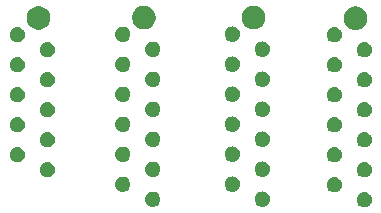
<source format=gbs>
G04 #@! TF.GenerationSoftware,KiCad,Pcbnew,5.1.5-52549c5~84~ubuntu18.04.1*
G04 #@! TF.CreationDate,2020-02-28T01:04:36-05:00*
G04 #@! TF.ProjectId,DA_Board_2,44415f42-6f61-4726-945f-322e6b696361,rev?*
G04 #@! TF.SameCoordinates,Original*
G04 #@! TF.FileFunction,Soldermask,Bot*
G04 #@! TF.FilePolarity,Negative*
%FSLAX46Y46*%
G04 Gerber Fmt 4.6, Leading zero omitted, Abs format (unit mm)*
G04 Created by KiCad (PCBNEW 5.1.5-52549c5~84~ubuntu18.04.1) date 2020-02-28 01:04:36*
%MOMM*%
%LPD*%
G04 APERTURE LIST*
%ADD10C,0.100000*%
G04 APERTURE END LIST*
D10*
G36*
X19134238Y-109539153D02*
G01*
X19176098Y-109547479D01*
X19202410Y-109558378D01*
X19294389Y-109596477D01*
X19294390Y-109596478D01*
X19400851Y-109667612D01*
X19491388Y-109758149D01*
X19528579Y-109813810D01*
X19562523Y-109864611D01*
X19611521Y-109982903D01*
X19636500Y-110108479D01*
X19636500Y-110236521D01*
X19611521Y-110362097D01*
X19562523Y-110480389D01*
X19562522Y-110480390D01*
X19491388Y-110586851D01*
X19400851Y-110677388D01*
X19370417Y-110697723D01*
X19294389Y-110748523D01*
X19225096Y-110777225D01*
X19176098Y-110797521D01*
X19134238Y-110805847D01*
X19050521Y-110822500D01*
X18922479Y-110822500D01*
X18838762Y-110805847D01*
X18796902Y-110797521D01*
X18747904Y-110777225D01*
X18678611Y-110748523D01*
X18602583Y-110697723D01*
X18572149Y-110677388D01*
X18481612Y-110586851D01*
X18410478Y-110480390D01*
X18410477Y-110480389D01*
X18361479Y-110362097D01*
X18336500Y-110236521D01*
X18336500Y-110108479D01*
X18361479Y-109982903D01*
X18410477Y-109864611D01*
X18444421Y-109813810D01*
X18481612Y-109758149D01*
X18572149Y-109667612D01*
X18678610Y-109596478D01*
X18678611Y-109596477D01*
X18770590Y-109558378D01*
X18796902Y-109547479D01*
X18838762Y-109539153D01*
X18922479Y-109522500D01*
X19050521Y-109522500D01*
X19134238Y-109539153D01*
G37*
G36*
X1214538Y-109501053D02*
G01*
X1256398Y-109509379D01*
X1288074Y-109522500D01*
X1374689Y-109558377D01*
X1374690Y-109558378D01*
X1481151Y-109629512D01*
X1571688Y-109720049D01*
X1597145Y-109758149D01*
X1642823Y-109826511D01*
X1691821Y-109944803D01*
X1716800Y-110070379D01*
X1716800Y-110198421D01*
X1691821Y-110323997D01*
X1642823Y-110442289D01*
X1642822Y-110442290D01*
X1571688Y-110548751D01*
X1481151Y-110639288D01*
X1410016Y-110686818D01*
X1374689Y-110710423D01*
X1305396Y-110739125D01*
X1256398Y-110759421D01*
X1214538Y-110767747D01*
X1130821Y-110784400D01*
X1002779Y-110784400D01*
X919062Y-110767747D01*
X877202Y-110759421D01*
X828204Y-110739125D01*
X758911Y-110710423D01*
X723584Y-110686818D01*
X652449Y-110639288D01*
X561912Y-110548751D01*
X490778Y-110442290D01*
X490777Y-110442289D01*
X441779Y-110323997D01*
X416800Y-110198421D01*
X416800Y-110070379D01*
X441779Y-109944803D01*
X490777Y-109826511D01*
X536455Y-109758149D01*
X561912Y-109720049D01*
X652449Y-109629512D01*
X758910Y-109558378D01*
X758911Y-109558377D01*
X845526Y-109522500D01*
X877202Y-109509379D01*
X919062Y-109501053D01*
X1002779Y-109484400D01*
X1130821Y-109484400D01*
X1214538Y-109501053D01*
G37*
G36*
X10478367Y-109484400D02*
G01*
X10540098Y-109496679D01*
X10589096Y-109516975D01*
X10658389Y-109545677D01*
X10668600Y-109552500D01*
X10764851Y-109616812D01*
X10855388Y-109707349D01*
X10902918Y-109778484D01*
X10926523Y-109813811D01*
X10975521Y-109932103D01*
X11000500Y-110057679D01*
X11000500Y-110185721D01*
X10975521Y-110311297D01*
X10926523Y-110429589D01*
X10926522Y-110429590D01*
X10855388Y-110536051D01*
X10764851Y-110626588D01*
X10693716Y-110674118D01*
X10658389Y-110697723D01*
X10627728Y-110710423D01*
X10540098Y-110746721D01*
X10498238Y-110755047D01*
X10414521Y-110771700D01*
X10286479Y-110771700D01*
X10202762Y-110755047D01*
X10160902Y-110746721D01*
X10073272Y-110710423D01*
X10042611Y-110697723D01*
X10007284Y-110674118D01*
X9936149Y-110626588D01*
X9845612Y-110536051D01*
X9774478Y-110429590D01*
X9774477Y-110429589D01*
X9725479Y-110311297D01*
X9700500Y-110185721D01*
X9700500Y-110057679D01*
X9725479Y-109932103D01*
X9774477Y-109813811D01*
X9798082Y-109778484D01*
X9845612Y-109707349D01*
X9936149Y-109616812D01*
X10032400Y-109552500D01*
X10042611Y-109545677D01*
X10111904Y-109516975D01*
X10160902Y-109496679D01*
X10222633Y-109484400D01*
X10286479Y-109471700D01*
X10414521Y-109471700D01*
X10478367Y-109484400D01*
G37*
G36*
X16594238Y-108269153D02*
G01*
X16636098Y-108277479D01*
X16662410Y-108288378D01*
X16754389Y-108326477D01*
X16754390Y-108326478D01*
X16860851Y-108397612D01*
X16951388Y-108488149D01*
X16988579Y-108543810D01*
X17022523Y-108594611D01*
X17071521Y-108712903D01*
X17096500Y-108838479D01*
X17096500Y-108966521D01*
X17071521Y-109092097D01*
X17022523Y-109210389D01*
X17022522Y-109210390D01*
X16951388Y-109316851D01*
X16860851Y-109407388D01*
X16830417Y-109427723D01*
X16754389Y-109478523D01*
X16685096Y-109507225D01*
X16636098Y-109527521D01*
X16594238Y-109535847D01*
X16510521Y-109552500D01*
X16382479Y-109552500D01*
X16298762Y-109535847D01*
X16256902Y-109527521D01*
X16207904Y-109507225D01*
X16138611Y-109478523D01*
X16062583Y-109427723D01*
X16032149Y-109407388D01*
X15941612Y-109316851D01*
X15870478Y-109210390D01*
X15870477Y-109210389D01*
X15821479Y-109092097D01*
X15796500Y-108966521D01*
X15796500Y-108838479D01*
X15821479Y-108712903D01*
X15870477Y-108594611D01*
X15904421Y-108543810D01*
X15941612Y-108488149D01*
X16032149Y-108397612D01*
X16138610Y-108326478D01*
X16138611Y-108326477D01*
X16230590Y-108288378D01*
X16256902Y-108277479D01*
X16298762Y-108269153D01*
X16382479Y-108252500D01*
X16510521Y-108252500D01*
X16594238Y-108269153D01*
G37*
G36*
X-1325462Y-108231053D02*
G01*
X-1283602Y-108239379D01*
X-1251926Y-108252500D01*
X-1165311Y-108288377D01*
X-1165310Y-108288378D01*
X-1058849Y-108359512D01*
X-968312Y-108450049D01*
X-942855Y-108488149D01*
X-897177Y-108556511D01*
X-848179Y-108674803D01*
X-823200Y-108800379D01*
X-823200Y-108928421D01*
X-848179Y-109053997D01*
X-897177Y-109172289D01*
X-897178Y-109172290D01*
X-968312Y-109278751D01*
X-1058849Y-109369288D01*
X-1129984Y-109416818D01*
X-1165311Y-109440423D01*
X-1234604Y-109469125D01*
X-1283602Y-109489421D01*
X-1320091Y-109496679D01*
X-1409179Y-109514400D01*
X-1537221Y-109514400D01*
X-1626309Y-109496679D01*
X-1662798Y-109489421D01*
X-1711796Y-109469125D01*
X-1781089Y-109440423D01*
X-1816416Y-109416818D01*
X-1887551Y-109369288D01*
X-1978088Y-109278751D01*
X-2049222Y-109172290D01*
X-2049223Y-109172289D01*
X-2098221Y-109053997D01*
X-2123200Y-108928421D01*
X-2123200Y-108800379D01*
X-2098221Y-108674803D01*
X-2049223Y-108556511D01*
X-2003545Y-108488149D01*
X-1978088Y-108450049D01*
X-1887551Y-108359512D01*
X-1781090Y-108288378D01*
X-1781089Y-108288377D01*
X-1694474Y-108252500D01*
X-1662798Y-108239379D01*
X-1620938Y-108231053D01*
X-1537221Y-108214400D01*
X-1409179Y-108214400D01*
X-1325462Y-108231053D01*
G37*
G36*
X7938367Y-108214400D02*
G01*
X8000098Y-108226679D01*
X8043896Y-108244821D01*
X8118389Y-108275677D01*
X8128600Y-108282500D01*
X8224851Y-108346812D01*
X8315388Y-108437349D01*
X8362918Y-108508484D01*
X8386523Y-108543811D01*
X8435521Y-108662103D01*
X8460500Y-108787679D01*
X8460500Y-108915721D01*
X8435521Y-109041297D01*
X8386523Y-109159589D01*
X8386522Y-109159590D01*
X8315388Y-109266051D01*
X8224851Y-109356588D01*
X8153716Y-109404118D01*
X8118389Y-109427723D01*
X8087728Y-109440423D01*
X8000098Y-109476721D01*
X7961493Y-109484400D01*
X7874521Y-109501700D01*
X7746479Y-109501700D01*
X7659507Y-109484400D01*
X7620902Y-109476721D01*
X7533272Y-109440423D01*
X7502611Y-109427723D01*
X7467284Y-109404118D01*
X7396149Y-109356588D01*
X7305612Y-109266051D01*
X7234478Y-109159590D01*
X7234477Y-109159589D01*
X7185479Y-109041297D01*
X7160500Y-108915721D01*
X7160500Y-108787679D01*
X7185479Y-108662103D01*
X7234477Y-108543811D01*
X7258082Y-108508484D01*
X7305612Y-108437349D01*
X7396149Y-108346812D01*
X7492400Y-108282500D01*
X7502611Y-108275677D01*
X7577104Y-108244821D01*
X7620902Y-108226679D01*
X7682633Y-108214400D01*
X7746479Y-108201700D01*
X7874521Y-108201700D01*
X7938367Y-108214400D01*
G37*
G36*
X19134238Y-106999153D02*
G01*
X19176098Y-107007479D01*
X19202410Y-107018378D01*
X19294389Y-107056477D01*
X19294390Y-107056478D01*
X19400851Y-107127612D01*
X19491388Y-107218149D01*
X19528579Y-107273810D01*
X19562523Y-107324611D01*
X19611521Y-107442903D01*
X19636500Y-107568479D01*
X19636500Y-107696521D01*
X19611521Y-107822097D01*
X19562523Y-107940389D01*
X19562522Y-107940390D01*
X19491388Y-108046851D01*
X19400851Y-108137388D01*
X19370417Y-108157723D01*
X19294389Y-108208523D01*
X19225096Y-108237225D01*
X19176098Y-108257521D01*
X19134238Y-108265847D01*
X19050521Y-108282500D01*
X18922479Y-108282500D01*
X18838762Y-108265847D01*
X18796902Y-108257521D01*
X18747904Y-108237225D01*
X18678611Y-108208523D01*
X18602583Y-108157723D01*
X18572149Y-108137388D01*
X18481612Y-108046851D01*
X18410478Y-107940390D01*
X18410477Y-107940389D01*
X18361479Y-107822097D01*
X18336500Y-107696521D01*
X18336500Y-107568479D01*
X18361479Y-107442903D01*
X18410477Y-107324611D01*
X18444421Y-107273810D01*
X18481612Y-107218149D01*
X18572149Y-107127612D01*
X18678610Y-107056478D01*
X18678611Y-107056477D01*
X18770590Y-107018378D01*
X18796902Y-107007479D01*
X18838762Y-106999153D01*
X18922479Y-106982500D01*
X19050521Y-106982500D01*
X19134238Y-106999153D01*
G37*
G36*
X-7720733Y-106982500D02*
G01*
X-7659002Y-106994779D01*
X-7610004Y-107015075D01*
X-7540711Y-107043777D01*
X-7540710Y-107043778D01*
X-7434249Y-107114912D01*
X-7343712Y-107205449D01*
X-7335226Y-107218150D01*
X-7272577Y-107311911D01*
X-7223579Y-107430203D01*
X-7198600Y-107555779D01*
X-7198600Y-107683821D01*
X-7215253Y-107767538D01*
X-7218526Y-107783997D01*
X-7223579Y-107809397D01*
X-7272577Y-107927689D01*
X-7272578Y-107927690D01*
X-7343712Y-108034151D01*
X-7434249Y-108124688D01*
X-7483689Y-108157722D01*
X-7540711Y-108195823D01*
X-7571372Y-108208523D01*
X-7659002Y-108244821D01*
X-7697607Y-108252500D01*
X-7784579Y-108269800D01*
X-7912621Y-108269800D01*
X-7999593Y-108252500D01*
X-8038198Y-108244821D01*
X-8125828Y-108208523D01*
X-8156489Y-108195823D01*
X-8213511Y-108157722D01*
X-8262951Y-108124688D01*
X-8353488Y-108034151D01*
X-8424622Y-107927690D01*
X-8424623Y-107927689D01*
X-8473621Y-107809397D01*
X-8478673Y-107783997D01*
X-8481947Y-107767538D01*
X-8498600Y-107683821D01*
X-8498600Y-107555779D01*
X-8473621Y-107430203D01*
X-8424623Y-107311911D01*
X-8361974Y-107218150D01*
X-8353488Y-107205449D01*
X-8262951Y-107114912D01*
X-8156490Y-107043778D01*
X-8156489Y-107043777D01*
X-8087196Y-107015075D01*
X-8038198Y-106994779D01*
X-7976467Y-106982500D01*
X-7912621Y-106969800D01*
X-7784579Y-106969800D01*
X-7720733Y-106982500D01*
G37*
G36*
X1214538Y-106961053D02*
G01*
X1256398Y-106969379D01*
X1288074Y-106982500D01*
X1374689Y-107018377D01*
X1374690Y-107018378D01*
X1481151Y-107089512D01*
X1571688Y-107180049D01*
X1588660Y-107205450D01*
X1642823Y-107286511D01*
X1653344Y-107311911D01*
X1691821Y-107404802D01*
X1699399Y-107442902D01*
X1716800Y-107530379D01*
X1716800Y-107658421D01*
X1691821Y-107783997D01*
X1642823Y-107902289D01*
X1619218Y-107937616D01*
X1571688Y-108008751D01*
X1481151Y-108099288D01*
X1410016Y-108146818D01*
X1374689Y-108170423D01*
X1313370Y-108195822D01*
X1256398Y-108219421D01*
X1219909Y-108226679D01*
X1130821Y-108244400D01*
X1002779Y-108244400D01*
X913691Y-108226679D01*
X877202Y-108219421D01*
X820230Y-108195822D01*
X758911Y-108170423D01*
X723584Y-108146818D01*
X652449Y-108099288D01*
X561912Y-108008751D01*
X514382Y-107937616D01*
X490777Y-107902289D01*
X441779Y-107783997D01*
X416800Y-107658421D01*
X416800Y-107530379D01*
X434201Y-107442902D01*
X441779Y-107404802D01*
X480256Y-107311911D01*
X490777Y-107286511D01*
X544940Y-107205450D01*
X561912Y-107180049D01*
X652449Y-107089512D01*
X758910Y-107018378D01*
X758911Y-107018377D01*
X845526Y-106982500D01*
X877202Y-106969379D01*
X919062Y-106961053D01*
X1002779Y-106944400D01*
X1130821Y-106944400D01*
X1214538Y-106961053D01*
G37*
G36*
X10478367Y-106944400D02*
G01*
X10540098Y-106956679D01*
X10583896Y-106974821D01*
X10658389Y-107005677D01*
X10668600Y-107012500D01*
X10764851Y-107076812D01*
X10855388Y-107167349D01*
X10902918Y-107238484D01*
X10926523Y-107273811D01*
X10975521Y-107392103D01*
X11000500Y-107517679D01*
X11000500Y-107645721D01*
X10975521Y-107771297D01*
X10926523Y-107889589D01*
X10926522Y-107889590D01*
X10855388Y-107996051D01*
X10764851Y-108086588D01*
X10693716Y-108134118D01*
X10658389Y-108157723D01*
X10627728Y-108170423D01*
X10540098Y-108206721D01*
X10501493Y-108214400D01*
X10414521Y-108231700D01*
X10286479Y-108231700D01*
X10199507Y-108214400D01*
X10160902Y-108206721D01*
X10073272Y-108170423D01*
X10042611Y-108157723D01*
X10007284Y-108134118D01*
X9936149Y-108086588D01*
X9845612Y-107996051D01*
X9774478Y-107889590D01*
X9774477Y-107889589D01*
X9725479Y-107771297D01*
X9700500Y-107645721D01*
X9700500Y-107517679D01*
X9725479Y-107392103D01*
X9774477Y-107273811D01*
X9798082Y-107238484D01*
X9845612Y-107167349D01*
X9936149Y-107076812D01*
X10032400Y-107012500D01*
X10042611Y-107005677D01*
X10117104Y-106974821D01*
X10160902Y-106956679D01*
X10222633Y-106944400D01*
X10286479Y-106931700D01*
X10414521Y-106931700D01*
X10478367Y-106944400D01*
G37*
G36*
X16594238Y-105729153D02*
G01*
X16636098Y-105737479D01*
X16662410Y-105748378D01*
X16754389Y-105786477D01*
X16754390Y-105786478D01*
X16860851Y-105857612D01*
X16951388Y-105948149D01*
X16988579Y-106003810D01*
X17022523Y-106054611D01*
X17071521Y-106172903D01*
X17096500Y-106298479D01*
X17096500Y-106426521D01*
X17071521Y-106552097D01*
X17022523Y-106670389D01*
X17022522Y-106670390D01*
X16951388Y-106776851D01*
X16860851Y-106867388D01*
X16830417Y-106887723D01*
X16754389Y-106938523D01*
X16685096Y-106967225D01*
X16636098Y-106987521D01*
X16599609Y-106994779D01*
X16510521Y-107012500D01*
X16382479Y-107012500D01*
X16293391Y-106994779D01*
X16256902Y-106987521D01*
X16207904Y-106967225D01*
X16138611Y-106938523D01*
X16062583Y-106887723D01*
X16032149Y-106867388D01*
X15941612Y-106776851D01*
X15870478Y-106670390D01*
X15870477Y-106670389D01*
X15821479Y-106552097D01*
X15796500Y-106426521D01*
X15796500Y-106298479D01*
X15821479Y-106172903D01*
X15870477Y-106054611D01*
X15904421Y-106003810D01*
X15941612Y-105948149D01*
X16032149Y-105857612D01*
X16138610Y-105786478D01*
X16138611Y-105786477D01*
X16230590Y-105748378D01*
X16256902Y-105737479D01*
X16298762Y-105729153D01*
X16382479Y-105712500D01*
X16510521Y-105712500D01*
X16594238Y-105729153D01*
G37*
G36*
X-10260733Y-105712500D02*
G01*
X-10199002Y-105724779D01*
X-10150004Y-105745075D01*
X-10080711Y-105773777D01*
X-10080710Y-105773778D01*
X-9974249Y-105844912D01*
X-9883712Y-105935449D01*
X-9875226Y-105948150D01*
X-9812577Y-106041911D01*
X-9763579Y-106160203D01*
X-9738600Y-106285779D01*
X-9738600Y-106413821D01*
X-9755253Y-106497538D01*
X-9758526Y-106513997D01*
X-9763579Y-106539397D01*
X-9812577Y-106657689D01*
X-9812578Y-106657690D01*
X-9883712Y-106764151D01*
X-9974249Y-106854688D01*
X-10023689Y-106887722D01*
X-10080711Y-106925823D01*
X-10111372Y-106938523D01*
X-10199002Y-106974821D01*
X-10237607Y-106982500D01*
X-10324579Y-106999800D01*
X-10452621Y-106999800D01*
X-10539593Y-106982500D01*
X-10578198Y-106974821D01*
X-10665828Y-106938523D01*
X-10696489Y-106925823D01*
X-10753511Y-106887722D01*
X-10802951Y-106854688D01*
X-10893488Y-106764151D01*
X-10964622Y-106657690D01*
X-10964623Y-106657689D01*
X-11013621Y-106539397D01*
X-11018673Y-106513997D01*
X-11021947Y-106497538D01*
X-11038600Y-106413821D01*
X-11038600Y-106285779D01*
X-11013621Y-106160203D01*
X-10964623Y-106041911D01*
X-10901974Y-105948150D01*
X-10893488Y-105935449D01*
X-10802951Y-105844912D01*
X-10696490Y-105773778D01*
X-10696489Y-105773777D01*
X-10627196Y-105745075D01*
X-10578198Y-105724779D01*
X-10516467Y-105712500D01*
X-10452621Y-105699800D01*
X-10324579Y-105699800D01*
X-10260733Y-105712500D01*
G37*
G36*
X-1325462Y-105691053D02*
G01*
X-1283602Y-105699379D01*
X-1251926Y-105712500D01*
X-1165311Y-105748377D01*
X-1165310Y-105748378D01*
X-1058849Y-105819512D01*
X-968312Y-105910049D01*
X-951340Y-105935450D01*
X-897177Y-106016511D01*
X-886656Y-106041911D01*
X-848179Y-106134802D01*
X-840601Y-106172902D01*
X-823200Y-106260379D01*
X-823200Y-106388421D01*
X-848179Y-106513997D01*
X-897177Y-106632289D01*
X-920782Y-106667616D01*
X-968312Y-106738751D01*
X-1058849Y-106829288D01*
X-1129984Y-106876818D01*
X-1165311Y-106900423D01*
X-1226630Y-106925822D01*
X-1283602Y-106949421D01*
X-1320091Y-106956679D01*
X-1409179Y-106974400D01*
X-1537221Y-106974400D01*
X-1626309Y-106956679D01*
X-1662798Y-106949421D01*
X-1719770Y-106925822D01*
X-1781089Y-106900423D01*
X-1816416Y-106876818D01*
X-1887551Y-106829288D01*
X-1978088Y-106738751D01*
X-2025618Y-106667616D01*
X-2049223Y-106632289D01*
X-2098221Y-106513997D01*
X-2123200Y-106388421D01*
X-2123200Y-106260379D01*
X-2105799Y-106172902D01*
X-2098221Y-106134802D01*
X-2059744Y-106041911D01*
X-2049223Y-106016511D01*
X-1995060Y-105935450D01*
X-1978088Y-105910049D01*
X-1887551Y-105819512D01*
X-1781090Y-105748378D01*
X-1781089Y-105748377D01*
X-1694474Y-105712500D01*
X-1662798Y-105699379D01*
X-1620938Y-105691053D01*
X-1537221Y-105674400D01*
X-1409179Y-105674400D01*
X-1325462Y-105691053D01*
G37*
G36*
X7938367Y-105674400D02*
G01*
X8000098Y-105686679D01*
X8043896Y-105704821D01*
X8118389Y-105735677D01*
X8128600Y-105742500D01*
X8224851Y-105806812D01*
X8315388Y-105897349D01*
X8362918Y-105968484D01*
X8386523Y-106003811D01*
X8435521Y-106122103D01*
X8460500Y-106247679D01*
X8460500Y-106375721D01*
X8435521Y-106501297D01*
X8386523Y-106619589D01*
X8386522Y-106619590D01*
X8315388Y-106726051D01*
X8224851Y-106816588D01*
X8153716Y-106864118D01*
X8118389Y-106887723D01*
X8087728Y-106900423D01*
X8000098Y-106936721D01*
X7961493Y-106944400D01*
X7874521Y-106961700D01*
X7746479Y-106961700D01*
X7659507Y-106944400D01*
X7620902Y-106936721D01*
X7533272Y-106900423D01*
X7502611Y-106887723D01*
X7467284Y-106864118D01*
X7396149Y-106816588D01*
X7305612Y-106726051D01*
X7234478Y-106619590D01*
X7234477Y-106619589D01*
X7185479Y-106501297D01*
X7160500Y-106375721D01*
X7160500Y-106247679D01*
X7185479Y-106122103D01*
X7234477Y-106003811D01*
X7258082Y-105968484D01*
X7305612Y-105897349D01*
X7396149Y-105806812D01*
X7492400Y-105742500D01*
X7502611Y-105735677D01*
X7577104Y-105704821D01*
X7620902Y-105686679D01*
X7682633Y-105674400D01*
X7746479Y-105661700D01*
X7874521Y-105661700D01*
X7938367Y-105674400D01*
G37*
G36*
X19134238Y-104459153D02*
G01*
X19176098Y-104467479D01*
X19202410Y-104478378D01*
X19294389Y-104516477D01*
X19294390Y-104516478D01*
X19400851Y-104587612D01*
X19491388Y-104678149D01*
X19528579Y-104733810D01*
X19562523Y-104784611D01*
X19611521Y-104902903D01*
X19636500Y-105028479D01*
X19636500Y-105156521D01*
X19611521Y-105282097D01*
X19562523Y-105400389D01*
X19562522Y-105400390D01*
X19491388Y-105506851D01*
X19400851Y-105597388D01*
X19370417Y-105617723D01*
X19294389Y-105668523D01*
X19225096Y-105697225D01*
X19176098Y-105717521D01*
X19139609Y-105724779D01*
X19050521Y-105742500D01*
X18922479Y-105742500D01*
X18833391Y-105724779D01*
X18796902Y-105717521D01*
X18747904Y-105697225D01*
X18678611Y-105668523D01*
X18602583Y-105617723D01*
X18572149Y-105597388D01*
X18481612Y-105506851D01*
X18410478Y-105400390D01*
X18410477Y-105400389D01*
X18361479Y-105282097D01*
X18336500Y-105156521D01*
X18336500Y-105028479D01*
X18361479Y-104902903D01*
X18410477Y-104784611D01*
X18444421Y-104733810D01*
X18481612Y-104678149D01*
X18572149Y-104587612D01*
X18678610Y-104516478D01*
X18678611Y-104516477D01*
X18770590Y-104478378D01*
X18796902Y-104467479D01*
X18838762Y-104459153D01*
X18922479Y-104442500D01*
X19050521Y-104442500D01*
X19134238Y-104459153D01*
G37*
G36*
X-7720733Y-104442500D02*
G01*
X-7659002Y-104454779D01*
X-7610004Y-104475075D01*
X-7540711Y-104503777D01*
X-7540710Y-104503778D01*
X-7434249Y-104574912D01*
X-7343712Y-104665449D01*
X-7335226Y-104678150D01*
X-7272577Y-104771911D01*
X-7223579Y-104890203D01*
X-7198600Y-105015779D01*
X-7198600Y-105143821D01*
X-7215253Y-105227538D01*
X-7218526Y-105243997D01*
X-7223579Y-105269397D01*
X-7272577Y-105387689D01*
X-7272578Y-105387690D01*
X-7343712Y-105494151D01*
X-7434249Y-105584688D01*
X-7483689Y-105617722D01*
X-7540711Y-105655823D01*
X-7571372Y-105668523D01*
X-7659002Y-105704821D01*
X-7697607Y-105712500D01*
X-7784579Y-105729800D01*
X-7912621Y-105729800D01*
X-7999593Y-105712500D01*
X-8038198Y-105704821D01*
X-8125828Y-105668523D01*
X-8156489Y-105655823D01*
X-8213511Y-105617722D01*
X-8262951Y-105584688D01*
X-8353488Y-105494151D01*
X-8424622Y-105387690D01*
X-8424623Y-105387689D01*
X-8473621Y-105269397D01*
X-8478673Y-105243997D01*
X-8481947Y-105227538D01*
X-8498600Y-105143821D01*
X-8498600Y-105015779D01*
X-8473621Y-104890203D01*
X-8424623Y-104771911D01*
X-8361974Y-104678150D01*
X-8353488Y-104665449D01*
X-8262951Y-104574912D01*
X-8156490Y-104503778D01*
X-8156489Y-104503777D01*
X-8087196Y-104475075D01*
X-8038198Y-104454779D01*
X-7976467Y-104442500D01*
X-7912621Y-104429800D01*
X-7784579Y-104429800D01*
X-7720733Y-104442500D01*
G37*
G36*
X1214538Y-104421053D02*
G01*
X1256398Y-104429379D01*
X1288074Y-104442500D01*
X1374689Y-104478377D01*
X1374690Y-104478378D01*
X1481151Y-104549512D01*
X1571688Y-104640049D01*
X1588660Y-104665450D01*
X1642823Y-104746511D01*
X1653344Y-104771911D01*
X1691821Y-104864802D01*
X1699399Y-104902902D01*
X1716800Y-104990379D01*
X1716800Y-105118421D01*
X1691821Y-105243997D01*
X1642823Y-105362289D01*
X1619218Y-105397616D01*
X1571688Y-105468751D01*
X1481151Y-105559288D01*
X1410016Y-105606818D01*
X1374689Y-105630423D01*
X1313370Y-105655822D01*
X1256398Y-105679421D01*
X1219909Y-105686679D01*
X1130821Y-105704400D01*
X1002779Y-105704400D01*
X913691Y-105686679D01*
X877202Y-105679421D01*
X820230Y-105655822D01*
X758911Y-105630423D01*
X723584Y-105606818D01*
X652449Y-105559288D01*
X561912Y-105468751D01*
X514382Y-105397616D01*
X490777Y-105362289D01*
X441779Y-105243997D01*
X416800Y-105118421D01*
X416800Y-104990379D01*
X434201Y-104902902D01*
X441779Y-104864802D01*
X480256Y-104771911D01*
X490777Y-104746511D01*
X544940Y-104665450D01*
X561912Y-104640049D01*
X652449Y-104549512D01*
X758910Y-104478378D01*
X758911Y-104478377D01*
X845526Y-104442500D01*
X877202Y-104429379D01*
X919062Y-104421053D01*
X1002779Y-104404400D01*
X1130821Y-104404400D01*
X1214538Y-104421053D01*
G37*
G36*
X10478367Y-104404400D02*
G01*
X10540098Y-104416679D01*
X10583896Y-104434821D01*
X10658389Y-104465677D01*
X10668600Y-104472500D01*
X10764851Y-104536812D01*
X10855388Y-104627349D01*
X10902918Y-104698484D01*
X10926523Y-104733811D01*
X10975521Y-104852103D01*
X11000500Y-104977679D01*
X11000500Y-105105721D01*
X10975521Y-105231297D01*
X10926523Y-105349589D01*
X10926522Y-105349590D01*
X10855388Y-105456051D01*
X10764851Y-105546588D01*
X10693716Y-105594118D01*
X10658389Y-105617723D01*
X10627728Y-105630423D01*
X10540098Y-105666721D01*
X10501493Y-105674400D01*
X10414521Y-105691700D01*
X10286479Y-105691700D01*
X10199507Y-105674400D01*
X10160902Y-105666721D01*
X10073272Y-105630423D01*
X10042611Y-105617723D01*
X10007284Y-105594118D01*
X9936149Y-105546588D01*
X9845612Y-105456051D01*
X9774478Y-105349590D01*
X9774477Y-105349589D01*
X9725479Y-105231297D01*
X9700500Y-105105721D01*
X9700500Y-104977679D01*
X9725479Y-104852103D01*
X9774477Y-104733811D01*
X9798082Y-104698484D01*
X9845612Y-104627349D01*
X9936149Y-104536812D01*
X10032400Y-104472500D01*
X10042611Y-104465677D01*
X10117104Y-104434821D01*
X10160902Y-104416679D01*
X10222633Y-104404400D01*
X10286479Y-104391700D01*
X10414521Y-104391700D01*
X10478367Y-104404400D01*
G37*
G36*
X16594238Y-103189153D02*
G01*
X16636098Y-103197479D01*
X16662410Y-103208378D01*
X16754389Y-103246477D01*
X16754390Y-103246478D01*
X16860851Y-103317612D01*
X16951388Y-103408149D01*
X16988579Y-103463810D01*
X17022523Y-103514611D01*
X17071521Y-103632903D01*
X17096500Y-103758479D01*
X17096500Y-103886521D01*
X17071521Y-104012097D01*
X17022523Y-104130389D01*
X17022522Y-104130390D01*
X16951388Y-104236851D01*
X16860851Y-104327388D01*
X16830417Y-104347723D01*
X16754389Y-104398523D01*
X16685096Y-104427225D01*
X16636098Y-104447521D01*
X16599609Y-104454779D01*
X16510521Y-104472500D01*
X16382479Y-104472500D01*
X16293391Y-104454779D01*
X16256902Y-104447521D01*
X16207904Y-104427225D01*
X16138611Y-104398523D01*
X16062583Y-104347723D01*
X16032149Y-104327388D01*
X15941612Y-104236851D01*
X15870478Y-104130390D01*
X15870477Y-104130389D01*
X15821479Y-104012097D01*
X15796500Y-103886521D01*
X15796500Y-103758479D01*
X15821479Y-103632903D01*
X15870477Y-103514611D01*
X15904421Y-103463810D01*
X15941612Y-103408149D01*
X16032149Y-103317612D01*
X16138610Y-103246478D01*
X16138611Y-103246477D01*
X16230590Y-103208378D01*
X16256902Y-103197479D01*
X16298762Y-103189153D01*
X16382479Y-103172500D01*
X16510521Y-103172500D01*
X16594238Y-103189153D01*
G37*
G36*
X-10260733Y-103172500D02*
G01*
X-10199002Y-103184779D01*
X-10150004Y-103205075D01*
X-10080711Y-103233777D01*
X-10080710Y-103233778D01*
X-9974249Y-103304912D01*
X-9883712Y-103395449D01*
X-9875226Y-103408150D01*
X-9812577Y-103501911D01*
X-9763579Y-103620203D01*
X-9738600Y-103745779D01*
X-9738600Y-103873821D01*
X-9755253Y-103957538D01*
X-9758526Y-103973997D01*
X-9763579Y-103999397D01*
X-9812577Y-104117689D01*
X-9812578Y-104117690D01*
X-9883712Y-104224151D01*
X-9974249Y-104314688D01*
X-10023689Y-104347722D01*
X-10080711Y-104385823D01*
X-10111372Y-104398523D01*
X-10199002Y-104434821D01*
X-10237607Y-104442500D01*
X-10324579Y-104459800D01*
X-10452621Y-104459800D01*
X-10539593Y-104442500D01*
X-10578198Y-104434821D01*
X-10665828Y-104398523D01*
X-10696489Y-104385823D01*
X-10753511Y-104347722D01*
X-10802951Y-104314688D01*
X-10893488Y-104224151D01*
X-10964622Y-104117690D01*
X-10964623Y-104117689D01*
X-11013621Y-103999397D01*
X-11018673Y-103973997D01*
X-11021947Y-103957538D01*
X-11038600Y-103873821D01*
X-11038600Y-103745779D01*
X-11013621Y-103620203D01*
X-10964623Y-103501911D01*
X-10901974Y-103408150D01*
X-10893488Y-103395449D01*
X-10802951Y-103304912D01*
X-10696490Y-103233778D01*
X-10696489Y-103233777D01*
X-10627196Y-103205075D01*
X-10578198Y-103184779D01*
X-10516467Y-103172500D01*
X-10452621Y-103159800D01*
X-10324579Y-103159800D01*
X-10260733Y-103172500D01*
G37*
G36*
X-1325462Y-103151053D02*
G01*
X-1283602Y-103159379D01*
X-1251926Y-103172500D01*
X-1165311Y-103208377D01*
X-1165310Y-103208378D01*
X-1058849Y-103279512D01*
X-968312Y-103370049D01*
X-951340Y-103395450D01*
X-897177Y-103476511D01*
X-886656Y-103501911D01*
X-848179Y-103594802D01*
X-840601Y-103632902D01*
X-823200Y-103720379D01*
X-823200Y-103848421D01*
X-848179Y-103973997D01*
X-897177Y-104092289D01*
X-920782Y-104127616D01*
X-968312Y-104198751D01*
X-1058849Y-104289288D01*
X-1129984Y-104336818D01*
X-1165311Y-104360423D01*
X-1226630Y-104385822D01*
X-1283602Y-104409421D01*
X-1320091Y-104416679D01*
X-1409179Y-104434400D01*
X-1537221Y-104434400D01*
X-1626309Y-104416679D01*
X-1662798Y-104409421D01*
X-1719770Y-104385822D01*
X-1781089Y-104360423D01*
X-1816416Y-104336818D01*
X-1887551Y-104289288D01*
X-1978088Y-104198751D01*
X-2025618Y-104127616D01*
X-2049223Y-104092289D01*
X-2098221Y-103973997D01*
X-2123200Y-103848421D01*
X-2123200Y-103720379D01*
X-2105799Y-103632902D01*
X-2098221Y-103594802D01*
X-2059744Y-103501911D01*
X-2049223Y-103476511D01*
X-1995060Y-103395450D01*
X-1978088Y-103370049D01*
X-1887551Y-103279512D01*
X-1781090Y-103208378D01*
X-1781089Y-103208377D01*
X-1694474Y-103172500D01*
X-1662798Y-103159379D01*
X-1620938Y-103151053D01*
X-1537221Y-103134400D01*
X-1409179Y-103134400D01*
X-1325462Y-103151053D01*
G37*
G36*
X7938367Y-103134400D02*
G01*
X8000098Y-103146679D01*
X8043896Y-103164821D01*
X8118389Y-103195677D01*
X8128600Y-103202500D01*
X8224851Y-103266812D01*
X8315388Y-103357349D01*
X8362918Y-103428484D01*
X8386523Y-103463811D01*
X8435521Y-103582103D01*
X8460500Y-103707679D01*
X8460500Y-103835721D01*
X8435521Y-103961297D01*
X8386523Y-104079589D01*
X8386522Y-104079590D01*
X8315388Y-104186051D01*
X8224851Y-104276588D01*
X8153716Y-104324118D01*
X8118389Y-104347723D01*
X8087728Y-104360423D01*
X8000098Y-104396721D01*
X7961493Y-104404400D01*
X7874521Y-104421700D01*
X7746479Y-104421700D01*
X7659507Y-104404400D01*
X7620902Y-104396721D01*
X7533272Y-104360423D01*
X7502611Y-104347723D01*
X7467284Y-104324118D01*
X7396149Y-104276588D01*
X7305612Y-104186051D01*
X7234478Y-104079590D01*
X7234477Y-104079589D01*
X7185479Y-103961297D01*
X7160500Y-103835721D01*
X7160500Y-103707679D01*
X7185479Y-103582103D01*
X7234477Y-103463811D01*
X7258082Y-103428484D01*
X7305612Y-103357349D01*
X7396149Y-103266812D01*
X7492400Y-103202500D01*
X7502611Y-103195677D01*
X7577104Y-103164821D01*
X7620902Y-103146679D01*
X7682633Y-103134400D01*
X7746479Y-103121700D01*
X7874521Y-103121700D01*
X7938367Y-103134400D01*
G37*
G36*
X19134238Y-101919153D02*
G01*
X19176098Y-101927479D01*
X19202410Y-101938378D01*
X19294389Y-101976477D01*
X19294390Y-101976478D01*
X19400851Y-102047612D01*
X19491388Y-102138149D01*
X19528579Y-102193810D01*
X19562523Y-102244611D01*
X19611521Y-102362903D01*
X19636500Y-102488479D01*
X19636500Y-102616521D01*
X19611521Y-102742097D01*
X19562523Y-102860389D01*
X19562522Y-102860390D01*
X19491388Y-102966851D01*
X19400851Y-103057388D01*
X19370417Y-103077723D01*
X19294389Y-103128523D01*
X19225096Y-103157225D01*
X19176098Y-103177521D01*
X19139609Y-103184779D01*
X19050521Y-103202500D01*
X18922479Y-103202500D01*
X18833391Y-103184779D01*
X18796902Y-103177521D01*
X18747904Y-103157225D01*
X18678611Y-103128523D01*
X18602583Y-103077723D01*
X18572149Y-103057388D01*
X18481612Y-102966851D01*
X18410478Y-102860390D01*
X18410477Y-102860389D01*
X18361479Y-102742097D01*
X18336500Y-102616521D01*
X18336500Y-102488479D01*
X18361479Y-102362903D01*
X18410477Y-102244611D01*
X18444421Y-102193810D01*
X18481612Y-102138149D01*
X18572149Y-102047612D01*
X18678610Y-101976478D01*
X18678611Y-101976477D01*
X18770590Y-101938378D01*
X18796902Y-101927479D01*
X18838762Y-101919153D01*
X18922479Y-101902500D01*
X19050521Y-101902500D01*
X19134238Y-101919153D01*
G37*
G36*
X-7720733Y-101902500D02*
G01*
X-7659002Y-101914779D01*
X-7610004Y-101935075D01*
X-7540711Y-101963777D01*
X-7540710Y-101963778D01*
X-7434249Y-102034912D01*
X-7343712Y-102125449D01*
X-7335226Y-102138150D01*
X-7272577Y-102231911D01*
X-7223579Y-102350203D01*
X-7198600Y-102475779D01*
X-7198600Y-102603821D01*
X-7215253Y-102687538D01*
X-7218526Y-102703997D01*
X-7223579Y-102729397D01*
X-7272577Y-102847689D01*
X-7272578Y-102847690D01*
X-7343712Y-102954151D01*
X-7434249Y-103044688D01*
X-7483689Y-103077722D01*
X-7540711Y-103115823D01*
X-7571372Y-103128523D01*
X-7659002Y-103164821D01*
X-7697607Y-103172500D01*
X-7784579Y-103189800D01*
X-7912621Y-103189800D01*
X-7999593Y-103172500D01*
X-8038198Y-103164821D01*
X-8125828Y-103128523D01*
X-8156489Y-103115823D01*
X-8213511Y-103077722D01*
X-8262951Y-103044688D01*
X-8353488Y-102954151D01*
X-8424622Y-102847690D01*
X-8424623Y-102847689D01*
X-8473621Y-102729397D01*
X-8478673Y-102703997D01*
X-8481947Y-102687538D01*
X-8498600Y-102603821D01*
X-8498600Y-102475779D01*
X-8473621Y-102350203D01*
X-8424623Y-102231911D01*
X-8361974Y-102138150D01*
X-8353488Y-102125449D01*
X-8262951Y-102034912D01*
X-8156490Y-101963778D01*
X-8156489Y-101963777D01*
X-8087196Y-101935075D01*
X-8038198Y-101914779D01*
X-7976467Y-101902500D01*
X-7912621Y-101889800D01*
X-7784579Y-101889800D01*
X-7720733Y-101902500D01*
G37*
G36*
X1214538Y-101881053D02*
G01*
X1256398Y-101889379D01*
X1288074Y-101902500D01*
X1374689Y-101938377D01*
X1374690Y-101938378D01*
X1481151Y-102009512D01*
X1571688Y-102100049D01*
X1588660Y-102125450D01*
X1642823Y-102206511D01*
X1653344Y-102231911D01*
X1691821Y-102324802D01*
X1699399Y-102362902D01*
X1716800Y-102450379D01*
X1716800Y-102578421D01*
X1691821Y-102703997D01*
X1642823Y-102822289D01*
X1619218Y-102857616D01*
X1571688Y-102928751D01*
X1481151Y-103019288D01*
X1410016Y-103066818D01*
X1374689Y-103090423D01*
X1313370Y-103115822D01*
X1256398Y-103139421D01*
X1219909Y-103146679D01*
X1130821Y-103164400D01*
X1002779Y-103164400D01*
X913691Y-103146679D01*
X877202Y-103139421D01*
X820230Y-103115822D01*
X758911Y-103090423D01*
X723584Y-103066818D01*
X652449Y-103019288D01*
X561912Y-102928751D01*
X514382Y-102857616D01*
X490777Y-102822289D01*
X441779Y-102703997D01*
X416800Y-102578421D01*
X416800Y-102450379D01*
X434201Y-102362902D01*
X441779Y-102324802D01*
X480256Y-102231911D01*
X490777Y-102206511D01*
X544940Y-102125450D01*
X561912Y-102100049D01*
X652449Y-102009512D01*
X758910Y-101938378D01*
X758911Y-101938377D01*
X845526Y-101902500D01*
X877202Y-101889379D01*
X919062Y-101881053D01*
X1002779Y-101864400D01*
X1130821Y-101864400D01*
X1214538Y-101881053D01*
G37*
G36*
X10478367Y-101864400D02*
G01*
X10540098Y-101876679D01*
X10583896Y-101894821D01*
X10658389Y-101925677D01*
X10668600Y-101932500D01*
X10764851Y-101996812D01*
X10855388Y-102087349D01*
X10902918Y-102158484D01*
X10926523Y-102193811D01*
X10975521Y-102312103D01*
X11000500Y-102437679D01*
X11000500Y-102565721D01*
X10975521Y-102691297D01*
X10926523Y-102809589D01*
X10926522Y-102809590D01*
X10855388Y-102916051D01*
X10764851Y-103006588D01*
X10693716Y-103054118D01*
X10658389Y-103077723D01*
X10627728Y-103090423D01*
X10540098Y-103126721D01*
X10501493Y-103134400D01*
X10414521Y-103151700D01*
X10286479Y-103151700D01*
X10199507Y-103134400D01*
X10160902Y-103126721D01*
X10073272Y-103090423D01*
X10042611Y-103077723D01*
X10007284Y-103054118D01*
X9936149Y-103006588D01*
X9845612Y-102916051D01*
X9774478Y-102809590D01*
X9774477Y-102809589D01*
X9725479Y-102691297D01*
X9700500Y-102565721D01*
X9700500Y-102437679D01*
X9725479Y-102312103D01*
X9774477Y-102193811D01*
X9798082Y-102158484D01*
X9845612Y-102087349D01*
X9936149Y-101996812D01*
X10032400Y-101932500D01*
X10042611Y-101925677D01*
X10117104Y-101894821D01*
X10160902Y-101876679D01*
X10222633Y-101864400D01*
X10286479Y-101851700D01*
X10414521Y-101851700D01*
X10478367Y-101864400D01*
G37*
G36*
X16594238Y-100649153D02*
G01*
X16636098Y-100657479D01*
X16662410Y-100668378D01*
X16754389Y-100706477D01*
X16754390Y-100706478D01*
X16860851Y-100777612D01*
X16951388Y-100868149D01*
X16988579Y-100923810D01*
X17022523Y-100974611D01*
X17071521Y-101092903D01*
X17096500Y-101218479D01*
X17096500Y-101346521D01*
X17071521Y-101472097D01*
X17022523Y-101590389D01*
X17022522Y-101590390D01*
X16951388Y-101696851D01*
X16860851Y-101787388D01*
X16830417Y-101807723D01*
X16754389Y-101858523D01*
X16685096Y-101887225D01*
X16636098Y-101907521D01*
X16599609Y-101914779D01*
X16510521Y-101932500D01*
X16382479Y-101932500D01*
X16293391Y-101914779D01*
X16256902Y-101907521D01*
X16207904Y-101887225D01*
X16138611Y-101858523D01*
X16062583Y-101807723D01*
X16032149Y-101787388D01*
X15941612Y-101696851D01*
X15870478Y-101590390D01*
X15870477Y-101590389D01*
X15821479Y-101472097D01*
X15796500Y-101346521D01*
X15796500Y-101218479D01*
X15821479Y-101092903D01*
X15870477Y-100974611D01*
X15904421Y-100923810D01*
X15941612Y-100868149D01*
X16032149Y-100777612D01*
X16138610Y-100706478D01*
X16138611Y-100706477D01*
X16230590Y-100668378D01*
X16256902Y-100657479D01*
X16298762Y-100649153D01*
X16382479Y-100632500D01*
X16510521Y-100632500D01*
X16594238Y-100649153D01*
G37*
G36*
X-10260733Y-100632500D02*
G01*
X-10199002Y-100644779D01*
X-10150004Y-100665075D01*
X-10080711Y-100693777D01*
X-10080710Y-100693778D01*
X-9974249Y-100764912D01*
X-9883712Y-100855449D01*
X-9875226Y-100868150D01*
X-9812577Y-100961911D01*
X-9763579Y-101080203D01*
X-9738600Y-101205779D01*
X-9738600Y-101333821D01*
X-9755253Y-101417538D01*
X-9758526Y-101433997D01*
X-9763579Y-101459397D01*
X-9812577Y-101577689D01*
X-9812578Y-101577690D01*
X-9883712Y-101684151D01*
X-9974249Y-101774688D01*
X-10023689Y-101807722D01*
X-10080711Y-101845823D01*
X-10111372Y-101858523D01*
X-10199002Y-101894821D01*
X-10237607Y-101902500D01*
X-10324579Y-101919800D01*
X-10452621Y-101919800D01*
X-10539593Y-101902500D01*
X-10578198Y-101894821D01*
X-10665828Y-101858523D01*
X-10696489Y-101845823D01*
X-10753511Y-101807722D01*
X-10802951Y-101774688D01*
X-10893488Y-101684151D01*
X-10964622Y-101577690D01*
X-10964623Y-101577689D01*
X-11013621Y-101459397D01*
X-11018673Y-101433997D01*
X-11021947Y-101417538D01*
X-11038600Y-101333821D01*
X-11038600Y-101205779D01*
X-11013621Y-101080203D01*
X-10964623Y-100961911D01*
X-10901974Y-100868150D01*
X-10893488Y-100855449D01*
X-10802951Y-100764912D01*
X-10696490Y-100693778D01*
X-10696489Y-100693777D01*
X-10627196Y-100665075D01*
X-10578198Y-100644779D01*
X-10516467Y-100632500D01*
X-10452621Y-100619800D01*
X-10324579Y-100619800D01*
X-10260733Y-100632500D01*
G37*
G36*
X-1325462Y-100611053D02*
G01*
X-1283602Y-100619379D01*
X-1251926Y-100632500D01*
X-1165311Y-100668377D01*
X-1165310Y-100668378D01*
X-1058849Y-100739512D01*
X-968312Y-100830049D01*
X-951340Y-100855450D01*
X-897177Y-100936511D01*
X-886656Y-100961911D01*
X-848179Y-101054802D01*
X-840601Y-101092902D01*
X-823200Y-101180379D01*
X-823200Y-101308421D01*
X-848179Y-101433997D01*
X-897177Y-101552289D01*
X-920782Y-101587616D01*
X-968312Y-101658751D01*
X-1058849Y-101749288D01*
X-1129984Y-101796818D01*
X-1165311Y-101820423D01*
X-1226630Y-101845822D01*
X-1283602Y-101869421D01*
X-1320091Y-101876679D01*
X-1409179Y-101894400D01*
X-1537221Y-101894400D01*
X-1626309Y-101876679D01*
X-1662798Y-101869421D01*
X-1719770Y-101845822D01*
X-1781089Y-101820423D01*
X-1816416Y-101796818D01*
X-1887551Y-101749288D01*
X-1978088Y-101658751D01*
X-2025618Y-101587616D01*
X-2049223Y-101552289D01*
X-2098221Y-101433997D01*
X-2123200Y-101308421D01*
X-2123200Y-101180379D01*
X-2105799Y-101092902D01*
X-2098221Y-101054802D01*
X-2059744Y-100961911D01*
X-2049223Y-100936511D01*
X-1995060Y-100855450D01*
X-1978088Y-100830049D01*
X-1887551Y-100739512D01*
X-1781090Y-100668378D01*
X-1781089Y-100668377D01*
X-1694474Y-100632500D01*
X-1662798Y-100619379D01*
X-1620938Y-100611053D01*
X-1537221Y-100594400D01*
X-1409179Y-100594400D01*
X-1325462Y-100611053D01*
G37*
G36*
X7938367Y-100594400D02*
G01*
X8000098Y-100606679D01*
X8043896Y-100624821D01*
X8118389Y-100655677D01*
X8128600Y-100662500D01*
X8224851Y-100726812D01*
X8315388Y-100817349D01*
X8362918Y-100888484D01*
X8386523Y-100923811D01*
X8435521Y-101042103D01*
X8460500Y-101167679D01*
X8460500Y-101295721D01*
X8435521Y-101421297D01*
X8386523Y-101539589D01*
X8386522Y-101539590D01*
X8315388Y-101646051D01*
X8224851Y-101736588D01*
X8153716Y-101784118D01*
X8118389Y-101807723D01*
X8087728Y-101820423D01*
X8000098Y-101856721D01*
X7961493Y-101864400D01*
X7874521Y-101881700D01*
X7746479Y-101881700D01*
X7659507Y-101864400D01*
X7620902Y-101856721D01*
X7533272Y-101820423D01*
X7502611Y-101807723D01*
X7467284Y-101784118D01*
X7396149Y-101736588D01*
X7305612Y-101646051D01*
X7234478Y-101539590D01*
X7234477Y-101539589D01*
X7185479Y-101421297D01*
X7160500Y-101295721D01*
X7160500Y-101167679D01*
X7185479Y-101042103D01*
X7234477Y-100923811D01*
X7258082Y-100888484D01*
X7305612Y-100817349D01*
X7396149Y-100726812D01*
X7492400Y-100662500D01*
X7502611Y-100655677D01*
X7577104Y-100624821D01*
X7620902Y-100606679D01*
X7682633Y-100594400D01*
X7746479Y-100581700D01*
X7874521Y-100581700D01*
X7938367Y-100594400D01*
G37*
G36*
X19134238Y-99379153D02*
G01*
X19176098Y-99387479D01*
X19202410Y-99398378D01*
X19294389Y-99436477D01*
X19294390Y-99436478D01*
X19400851Y-99507612D01*
X19491388Y-99598149D01*
X19528579Y-99653810D01*
X19562523Y-99704611D01*
X19611521Y-99822903D01*
X19636500Y-99948479D01*
X19636500Y-100076521D01*
X19611521Y-100202097D01*
X19562523Y-100320389D01*
X19562522Y-100320390D01*
X19491388Y-100426851D01*
X19400851Y-100517388D01*
X19370417Y-100537723D01*
X19294389Y-100588523D01*
X19225096Y-100617225D01*
X19176098Y-100637521D01*
X19139609Y-100644779D01*
X19050521Y-100662500D01*
X18922479Y-100662500D01*
X18833391Y-100644779D01*
X18796902Y-100637521D01*
X18747904Y-100617225D01*
X18678611Y-100588523D01*
X18602583Y-100537723D01*
X18572149Y-100517388D01*
X18481612Y-100426851D01*
X18410478Y-100320390D01*
X18410477Y-100320389D01*
X18361479Y-100202097D01*
X18336500Y-100076521D01*
X18336500Y-99948479D01*
X18361479Y-99822903D01*
X18410477Y-99704611D01*
X18444421Y-99653810D01*
X18481612Y-99598149D01*
X18572149Y-99507612D01*
X18678610Y-99436478D01*
X18678611Y-99436477D01*
X18770590Y-99398378D01*
X18796902Y-99387479D01*
X18838762Y-99379153D01*
X18922479Y-99362500D01*
X19050521Y-99362500D01*
X19134238Y-99379153D01*
G37*
G36*
X-7720733Y-99362500D02*
G01*
X-7659002Y-99374779D01*
X-7610004Y-99395075D01*
X-7540711Y-99423777D01*
X-7540710Y-99423778D01*
X-7434249Y-99494912D01*
X-7343712Y-99585449D01*
X-7335226Y-99598150D01*
X-7272577Y-99691911D01*
X-7223579Y-99810203D01*
X-7198600Y-99935779D01*
X-7198600Y-100063821D01*
X-7215253Y-100147538D01*
X-7218526Y-100163997D01*
X-7223579Y-100189397D01*
X-7272577Y-100307689D01*
X-7272578Y-100307690D01*
X-7343712Y-100414151D01*
X-7434249Y-100504688D01*
X-7483689Y-100537722D01*
X-7540711Y-100575823D01*
X-7571372Y-100588523D01*
X-7659002Y-100624821D01*
X-7697607Y-100632500D01*
X-7784579Y-100649800D01*
X-7912621Y-100649800D01*
X-7999593Y-100632500D01*
X-8038198Y-100624821D01*
X-8125828Y-100588523D01*
X-8156489Y-100575823D01*
X-8213511Y-100537722D01*
X-8262951Y-100504688D01*
X-8353488Y-100414151D01*
X-8424622Y-100307690D01*
X-8424623Y-100307689D01*
X-8473621Y-100189397D01*
X-8478673Y-100163997D01*
X-8481947Y-100147538D01*
X-8498600Y-100063821D01*
X-8498600Y-99935779D01*
X-8473621Y-99810203D01*
X-8424623Y-99691911D01*
X-8361974Y-99598150D01*
X-8353488Y-99585449D01*
X-8262951Y-99494912D01*
X-8156490Y-99423778D01*
X-8156489Y-99423777D01*
X-8087196Y-99395075D01*
X-8038198Y-99374779D01*
X-7976467Y-99362500D01*
X-7912621Y-99349800D01*
X-7784579Y-99349800D01*
X-7720733Y-99362500D01*
G37*
G36*
X1214538Y-99341053D02*
G01*
X1256398Y-99349379D01*
X1288074Y-99362500D01*
X1374689Y-99398377D01*
X1374690Y-99398378D01*
X1481151Y-99469512D01*
X1571688Y-99560049D01*
X1588660Y-99585450D01*
X1642823Y-99666511D01*
X1653344Y-99691911D01*
X1691821Y-99784802D01*
X1699399Y-99822902D01*
X1716800Y-99910379D01*
X1716800Y-100038421D01*
X1691821Y-100163997D01*
X1642823Y-100282289D01*
X1619218Y-100317616D01*
X1571688Y-100388751D01*
X1481151Y-100479288D01*
X1410016Y-100526818D01*
X1374689Y-100550423D01*
X1313370Y-100575822D01*
X1256398Y-100599421D01*
X1219909Y-100606679D01*
X1130821Y-100624400D01*
X1002779Y-100624400D01*
X913691Y-100606679D01*
X877202Y-100599421D01*
X820230Y-100575822D01*
X758911Y-100550423D01*
X723584Y-100526818D01*
X652449Y-100479288D01*
X561912Y-100388751D01*
X514382Y-100317616D01*
X490777Y-100282289D01*
X441779Y-100163997D01*
X416800Y-100038421D01*
X416800Y-99910379D01*
X434201Y-99822902D01*
X441779Y-99784802D01*
X480256Y-99691911D01*
X490777Y-99666511D01*
X544940Y-99585450D01*
X561912Y-99560049D01*
X652449Y-99469512D01*
X758910Y-99398378D01*
X758911Y-99398377D01*
X845526Y-99362500D01*
X877202Y-99349379D01*
X919062Y-99341053D01*
X1002779Y-99324400D01*
X1130821Y-99324400D01*
X1214538Y-99341053D01*
G37*
G36*
X10478367Y-99324400D02*
G01*
X10540098Y-99336679D01*
X10583896Y-99354821D01*
X10658389Y-99385677D01*
X10668600Y-99392500D01*
X10764851Y-99456812D01*
X10855388Y-99547349D01*
X10902918Y-99618484D01*
X10926523Y-99653811D01*
X10975521Y-99772103D01*
X11000500Y-99897679D01*
X11000500Y-100025721D01*
X10975521Y-100151297D01*
X10926523Y-100269589D01*
X10926522Y-100269590D01*
X10855388Y-100376051D01*
X10764851Y-100466588D01*
X10693716Y-100514118D01*
X10658389Y-100537723D01*
X10627728Y-100550423D01*
X10540098Y-100586721D01*
X10501493Y-100594400D01*
X10414521Y-100611700D01*
X10286479Y-100611700D01*
X10199507Y-100594400D01*
X10160902Y-100586721D01*
X10073272Y-100550423D01*
X10042611Y-100537723D01*
X10007284Y-100514118D01*
X9936149Y-100466588D01*
X9845612Y-100376051D01*
X9774478Y-100269590D01*
X9774477Y-100269589D01*
X9725479Y-100151297D01*
X9700500Y-100025721D01*
X9700500Y-99897679D01*
X9725479Y-99772103D01*
X9774477Y-99653811D01*
X9798082Y-99618484D01*
X9845612Y-99547349D01*
X9936149Y-99456812D01*
X10032400Y-99392500D01*
X10042611Y-99385677D01*
X10117104Y-99354821D01*
X10160902Y-99336679D01*
X10222633Y-99324400D01*
X10286479Y-99311700D01*
X10414521Y-99311700D01*
X10478367Y-99324400D01*
G37*
G36*
X16594238Y-98109153D02*
G01*
X16636098Y-98117479D01*
X16662410Y-98128378D01*
X16754389Y-98166477D01*
X16754390Y-98166478D01*
X16860851Y-98237612D01*
X16951388Y-98328149D01*
X16988579Y-98383810D01*
X17022523Y-98434611D01*
X17071521Y-98552903D01*
X17096500Y-98678479D01*
X17096500Y-98806521D01*
X17071521Y-98932097D01*
X17022523Y-99050389D01*
X17022522Y-99050390D01*
X16951388Y-99156851D01*
X16860851Y-99247388D01*
X16830417Y-99267723D01*
X16754389Y-99318523D01*
X16685096Y-99347225D01*
X16636098Y-99367521D01*
X16599609Y-99374779D01*
X16510521Y-99392500D01*
X16382479Y-99392500D01*
X16293391Y-99374779D01*
X16256902Y-99367521D01*
X16207904Y-99347225D01*
X16138611Y-99318523D01*
X16062583Y-99267723D01*
X16032149Y-99247388D01*
X15941612Y-99156851D01*
X15870478Y-99050390D01*
X15870477Y-99050389D01*
X15821479Y-98932097D01*
X15796500Y-98806521D01*
X15796500Y-98678479D01*
X15821479Y-98552903D01*
X15870477Y-98434611D01*
X15904421Y-98383810D01*
X15941612Y-98328149D01*
X16032149Y-98237612D01*
X16138610Y-98166478D01*
X16138611Y-98166477D01*
X16230590Y-98128378D01*
X16256902Y-98117479D01*
X16298762Y-98109153D01*
X16382479Y-98092500D01*
X16510521Y-98092500D01*
X16594238Y-98109153D01*
G37*
G36*
X-10260733Y-98092500D02*
G01*
X-10199002Y-98104779D01*
X-10150004Y-98125075D01*
X-10080711Y-98153777D01*
X-10080710Y-98153778D01*
X-9974249Y-98224912D01*
X-9883712Y-98315449D01*
X-9875226Y-98328150D01*
X-9812577Y-98421911D01*
X-9763579Y-98540203D01*
X-9738600Y-98665779D01*
X-9738600Y-98793821D01*
X-9755253Y-98877538D01*
X-9758526Y-98893997D01*
X-9763579Y-98919397D01*
X-9812577Y-99037689D01*
X-9812578Y-99037690D01*
X-9883712Y-99144151D01*
X-9974249Y-99234688D01*
X-10023689Y-99267722D01*
X-10080711Y-99305823D01*
X-10111372Y-99318523D01*
X-10199002Y-99354821D01*
X-10237607Y-99362500D01*
X-10324579Y-99379800D01*
X-10452621Y-99379800D01*
X-10539593Y-99362500D01*
X-10578198Y-99354821D01*
X-10665828Y-99318523D01*
X-10696489Y-99305823D01*
X-10753511Y-99267722D01*
X-10802951Y-99234688D01*
X-10893488Y-99144151D01*
X-10964622Y-99037690D01*
X-10964623Y-99037689D01*
X-11013621Y-98919397D01*
X-11018673Y-98893997D01*
X-11021947Y-98877538D01*
X-11038600Y-98793821D01*
X-11038600Y-98665779D01*
X-11013621Y-98540203D01*
X-10964623Y-98421911D01*
X-10901974Y-98328150D01*
X-10893488Y-98315449D01*
X-10802951Y-98224912D01*
X-10696490Y-98153778D01*
X-10696489Y-98153777D01*
X-10627196Y-98125075D01*
X-10578198Y-98104779D01*
X-10516467Y-98092500D01*
X-10452621Y-98079800D01*
X-10324579Y-98079800D01*
X-10260733Y-98092500D01*
G37*
G36*
X-1325462Y-98071053D02*
G01*
X-1283602Y-98079379D01*
X-1251926Y-98092500D01*
X-1165311Y-98128377D01*
X-1165310Y-98128378D01*
X-1058849Y-98199512D01*
X-968312Y-98290049D01*
X-951340Y-98315450D01*
X-897177Y-98396511D01*
X-886656Y-98421911D01*
X-848179Y-98514802D01*
X-840601Y-98552902D01*
X-823200Y-98640379D01*
X-823200Y-98768421D01*
X-848179Y-98893997D01*
X-897177Y-99012289D01*
X-920782Y-99047616D01*
X-968312Y-99118751D01*
X-1058849Y-99209288D01*
X-1129984Y-99256818D01*
X-1165311Y-99280423D01*
X-1226630Y-99305822D01*
X-1283602Y-99329421D01*
X-1320091Y-99336679D01*
X-1409179Y-99354400D01*
X-1537221Y-99354400D01*
X-1626309Y-99336679D01*
X-1662798Y-99329421D01*
X-1719770Y-99305822D01*
X-1781089Y-99280423D01*
X-1816416Y-99256818D01*
X-1887551Y-99209288D01*
X-1978088Y-99118751D01*
X-2025618Y-99047616D01*
X-2049223Y-99012289D01*
X-2098221Y-98893997D01*
X-2123200Y-98768421D01*
X-2123200Y-98640379D01*
X-2105799Y-98552902D01*
X-2098221Y-98514802D01*
X-2059744Y-98421911D01*
X-2049223Y-98396511D01*
X-1995060Y-98315450D01*
X-1978088Y-98290049D01*
X-1887551Y-98199512D01*
X-1781090Y-98128378D01*
X-1781089Y-98128377D01*
X-1694474Y-98092500D01*
X-1662798Y-98079379D01*
X-1620938Y-98071053D01*
X-1537221Y-98054400D01*
X-1409179Y-98054400D01*
X-1325462Y-98071053D01*
G37*
G36*
X7938367Y-98054400D02*
G01*
X8000098Y-98066679D01*
X8043896Y-98084821D01*
X8118389Y-98115677D01*
X8128600Y-98122500D01*
X8224851Y-98186812D01*
X8315388Y-98277349D01*
X8362918Y-98348484D01*
X8386523Y-98383811D01*
X8435521Y-98502103D01*
X8460500Y-98627679D01*
X8460500Y-98755721D01*
X8435521Y-98881297D01*
X8386523Y-98999589D01*
X8386522Y-98999590D01*
X8315388Y-99106051D01*
X8224851Y-99196588D01*
X8153716Y-99244118D01*
X8118389Y-99267723D01*
X8087728Y-99280423D01*
X8000098Y-99316721D01*
X7961493Y-99324400D01*
X7874521Y-99341700D01*
X7746479Y-99341700D01*
X7659507Y-99324400D01*
X7620902Y-99316721D01*
X7533272Y-99280423D01*
X7502611Y-99267723D01*
X7467284Y-99244118D01*
X7396149Y-99196588D01*
X7305612Y-99106051D01*
X7234478Y-98999590D01*
X7234477Y-98999589D01*
X7185479Y-98881297D01*
X7160500Y-98755721D01*
X7160500Y-98627679D01*
X7185479Y-98502103D01*
X7234477Y-98383811D01*
X7258082Y-98348484D01*
X7305612Y-98277349D01*
X7396149Y-98186812D01*
X7492400Y-98122500D01*
X7502611Y-98115677D01*
X7577104Y-98084821D01*
X7620902Y-98066679D01*
X7682633Y-98054400D01*
X7746479Y-98041700D01*
X7874521Y-98041700D01*
X7938367Y-98054400D01*
G37*
G36*
X19134238Y-96839153D02*
G01*
X19176098Y-96847479D01*
X19202410Y-96858378D01*
X19294389Y-96896477D01*
X19294390Y-96896478D01*
X19400851Y-96967612D01*
X19491388Y-97058149D01*
X19528579Y-97113810D01*
X19562523Y-97164611D01*
X19611521Y-97282903D01*
X19636500Y-97408479D01*
X19636500Y-97536521D01*
X19611521Y-97662097D01*
X19562523Y-97780389D01*
X19562522Y-97780390D01*
X19491388Y-97886851D01*
X19400851Y-97977388D01*
X19370417Y-97997723D01*
X19294389Y-98048523D01*
X19225096Y-98077225D01*
X19176098Y-98097521D01*
X19139609Y-98104779D01*
X19050521Y-98122500D01*
X18922479Y-98122500D01*
X18833391Y-98104779D01*
X18796902Y-98097521D01*
X18747904Y-98077225D01*
X18678611Y-98048523D01*
X18602583Y-97997723D01*
X18572149Y-97977388D01*
X18481612Y-97886851D01*
X18410478Y-97780390D01*
X18410477Y-97780389D01*
X18361479Y-97662097D01*
X18336500Y-97536521D01*
X18336500Y-97408479D01*
X18361479Y-97282903D01*
X18410477Y-97164611D01*
X18444421Y-97113810D01*
X18481612Y-97058149D01*
X18572149Y-96967612D01*
X18678610Y-96896478D01*
X18678611Y-96896477D01*
X18770590Y-96858378D01*
X18796902Y-96847479D01*
X18838762Y-96839153D01*
X18922479Y-96822500D01*
X19050521Y-96822500D01*
X19134238Y-96839153D01*
G37*
G36*
X-7720733Y-96822500D02*
G01*
X-7659002Y-96834779D01*
X-7610004Y-96855075D01*
X-7540711Y-96883777D01*
X-7540710Y-96883778D01*
X-7434249Y-96954912D01*
X-7343712Y-97045449D01*
X-7335226Y-97058150D01*
X-7272577Y-97151911D01*
X-7223579Y-97270203D01*
X-7198600Y-97395779D01*
X-7198600Y-97523821D01*
X-7215253Y-97607538D01*
X-7218526Y-97623997D01*
X-7223579Y-97649397D01*
X-7272577Y-97767689D01*
X-7272578Y-97767690D01*
X-7343712Y-97874151D01*
X-7434249Y-97964688D01*
X-7483689Y-97997722D01*
X-7540711Y-98035823D01*
X-7571372Y-98048523D01*
X-7659002Y-98084821D01*
X-7697607Y-98092500D01*
X-7784579Y-98109800D01*
X-7912621Y-98109800D01*
X-7999593Y-98092500D01*
X-8038198Y-98084821D01*
X-8125828Y-98048523D01*
X-8156489Y-98035823D01*
X-8213511Y-97997722D01*
X-8262951Y-97964688D01*
X-8353488Y-97874151D01*
X-8424622Y-97767690D01*
X-8424623Y-97767689D01*
X-8473621Y-97649397D01*
X-8478673Y-97623997D01*
X-8481947Y-97607538D01*
X-8498600Y-97523821D01*
X-8498600Y-97395779D01*
X-8473621Y-97270203D01*
X-8424623Y-97151911D01*
X-8361974Y-97058150D01*
X-8353488Y-97045449D01*
X-8262951Y-96954912D01*
X-8156490Y-96883778D01*
X-8156489Y-96883777D01*
X-8087196Y-96855075D01*
X-8038198Y-96834779D01*
X-7976467Y-96822500D01*
X-7912621Y-96809800D01*
X-7784579Y-96809800D01*
X-7720733Y-96822500D01*
G37*
G36*
X1214538Y-96801053D02*
G01*
X1256398Y-96809379D01*
X1288074Y-96822500D01*
X1374689Y-96858377D01*
X1374690Y-96858378D01*
X1481151Y-96929512D01*
X1571688Y-97020049D01*
X1588660Y-97045450D01*
X1642823Y-97126511D01*
X1653344Y-97151911D01*
X1691821Y-97244802D01*
X1699399Y-97282902D01*
X1716800Y-97370379D01*
X1716800Y-97498421D01*
X1691821Y-97623997D01*
X1642823Y-97742289D01*
X1619218Y-97777616D01*
X1571688Y-97848751D01*
X1481151Y-97939288D01*
X1410016Y-97986818D01*
X1374689Y-98010423D01*
X1313370Y-98035822D01*
X1256398Y-98059421D01*
X1219909Y-98066679D01*
X1130821Y-98084400D01*
X1002779Y-98084400D01*
X913691Y-98066679D01*
X877202Y-98059421D01*
X820230Y-98035822D01*
X758911Y-98010423D01*
X723584Y-97986818D01*
X652449Y-97939288D01*
X561912Y-97848751D01*
X514382Y-97777616D01*
X490777Y-97742289D01*
X441779Y-97623997D01*
X416800Y-97498421D01*
X416800Y-97370379D01*
X434201Y-97282902D01*
X441779Y-97244802D01*
X480256Y-97151911D01*
X490777Y-97126511D01*
X544940Y-97045450D01*
X561912Y-97020049D01*
X652449Y-96929512D01*
X758910Y-96858378D01*
X758911Y-96858377D01*
X845526Y-96822500D01*
X877202Y-96809379D01*
X919062Y-96801053D01*
X1002779Y-96784400D01*
X1130821Y-96784400D01*
X1214538Y-96801053D01*
G37*
G36*
X10478367Y-96784400D02*
G01*
X10540098Y-96796679D01*
X10583896Y-96814821D01*
X10658389Y-96845677D01*
X10668600Y-96852500D01*
X10764851Y-96916812D01*
X10855388Y-97007349D01*
X10902918Y-97078484D01*
X10926523Y-97113811D01*
X10975521Y-97232103D01*
X11000500Y-97357679D01*
X11000500Y-97485721D01*
X10975521Y-97611297D01*
X10926523Y-97729589D01*
X10926522Y-97729590D01*
X10855388Y-97836051D01*
X10764851Y-97926588D01*
X10693716Y-97974118D01*
X10658389Y-97997723D01*
X10627728Y-98010423D01*
X10540098Y-98046721D01*
X10501493Y-98054400D01*
X10414521Y-98071700D01*
X10286479Y-98071700D01*
X10199507Y-98054400D01*
X10160902Y-98046721D01*
X10073272Y-98010423D01*
X10042611Y-97997723D01*
X10007284Y-97974118D01*
X9936149Y-97926588D01*
X9845612Y-97836051D01*
X9774478Y-97729590D01*
X9774477Y-97729589D01*
X9725479Y-97611297D01*
X9700500Y-97485721D01*
X9700500Y-97357679D01*
X9725479Y-97232103D01*
X9774477Y-97113811D01*
X9798082Y-97078484D01*
X9845612Y-97007349D01*
X9936149Y-96916812D01*
X10032400Y-96852500D01*
X10042611Y-96845677D01*
X10117104Y-96814821D01*
X10160902Y-96796679D01*
X10222633Y-96784400D01*
X10286479Y-96771700D01*
X10414521Y-96771700D01*
X10478367Y-96784400D01*
G37*
G36*
X16581159Y-95566551D02*
G01*
X16636098Y-95577479D01*
X16662410Y-95588378D01*
X16754389Y-95626477D01*
X16754390Y-95626478D01*
X16860851Y-95697612D01*
X16951388Y-95788149D01*
X16988579Y-95843810D01*
X17022523Y-95894611D01*
X17071521Y-96012903D01*
X17096500Y-96138479D01*
X17096500Y-96266521D01*
X17071521Y-96392097D01*
X17022523Y-96510389D01*
X17022522Y-96510390D01*
X16951388Y-96616851D01*
X16860851Y-96707388D01*
X16830417Y-96727723D01*
X16754389Y-96778523D01*
X16685096Y-96807225D01*
X16636098Y-96827521D01*
X16599609Y-96834779D01*
X16510521Y-96852500D01*
X16382479Y-96852500D01*
X16293391Y-96834779D01*
X16256902Y-96827521D01*
X16207904Y-96807225D01*
X16138611Y-96778523D01*
X16062583Y-96727723D01*
X16032149Y-96707388D01*
X15941612Y-96616851D01*
X15870478Y-96510390D01*
X15870477Y-96510389D01*
X15821479Y-96392097D01*
X15796500Y-96266521D01*
X15796500Y-96138479D01*
X15821479Y-96012903D01*
X15870477Y-95894611D01*
X15904421Y-95843810D01*
X15941612Y-95788149D01*
X16032149Y-95697612D01*
X16138610Y-95626478D01*
X16138611Y-95626477D01*
X16230590Y-95588378D01*
X16256902Y-95577479D01*
X16311841Y-95566551D01*
X16382479Y-95552500D01*
X16510521Y-95552500D01*
X16581159Y-95566551D01*
G37*
G36*
X-10260733Y-95552500D02*
G01*
X-10199002Y-95564779D01*
X-10172690Y-95575678D01*
X-10080711Y-95613777D01*
X-10080710Y-95613778D01*
X-9974249Y-95684912D01*
X-9883712Y-95775449D01*
X-9838035Y-95843810D01*
X-9812577Y-95881911D01*
X-9763579Y-96000203D01*
X-9738600Y-96125779D01*
X-9738600Y-96253821D01*
X-9755253Y-96337538D01*
X-9758526Y-96353997D01*
X-9763579Y-96379397D01*
X-9812577Y-96497689D01*
X-9812578Y-96497690D01*
X-9883712Y-96604151D01*
X-9974249Y-96694688D01*
X-10023689Y-96727722D01*
X-10080711Y-96765823D01*
X-10111372Y-96778523D01*
X-10199002Y-96814821D01*
X-10237607Y-96822500D01*
X-10324579Y-96839800D01*
X-10452621Y-96839800D01*
X-10539593Y-96822500D01*
X-10578198Y-96814821D01*
X-10665828Y-96778523D01*
X-10696489Y-96765823D01*
X-10753511Y-96727722D01*
X-10802951Y-96694688D01*
X-10893488Y-96604151D01*
X-10964622Y-96497690D01*
X-10964623Y-96497689D01*
X-11013621Y-96379397D01*
X-11018673Y-96353997D01*
X-11021947Y-96337538D01*
X-11038600Y-96253821D01*
X-11038600Y-96125779D01*
X-11013621Y-96000203D01*
X-10964623Y-95881911D01*
X-10939165Y-95843810D01*
X-10893488Y-95775449D01*
X-10802951Y-95684912D01*
X-10696490Y-95613778D01*
X-10696489Y-95613777D01*
X-10604510Y-95575678D01*
X-10578198Y-95564779D01*
X-10516467Y-95552500D01*
X-10452621Y-95539800D01*
X-10324579Y-95539800D01*
X-10260733Y-95552500D01*
G37*
G36*
X-1338541Y-95528451D02*
G01*
X-1283602Y-95539379D01*
X-1251926Y-95552500D01*
X-1165311Y-95588377D01*
X-1165310Y-95588378D01*
X-1058849Y-95659512D01*
X-968312Y-95750049D01*
X-951340Y-95775450D01*
X-897177Y-95856511D01*
X-886656Y-95881911D01*
X-848179Y-95974802D01*
X-840601Y-96012902D01*
X-823200Y-96100379D01*
X-823200Y-96228421D01*
X-848179Y-96353997D01*
X-897177Y-96472289D01*
X-920782Y-96507616D01*
X-968312Y-96578751D01*
X-1058849Y-96669288D01*
X-1129984Y-96716818D01*
X-1165311Y-96740423D01*
X-1226630Y-96765822D01*
X-1283602Y-96789421D01*
X-1320091Y-96796679D01*
X-1409179Y-96814400D01*
X-1537221Y-96814400D01*
X-1626309Y-96796679D01*
X-1662798Y-96789421D01*
X-1719770Y-96765822D01*
X-1781089Y-96740423D01*
X-1816416Y-96716818D01*
X-1887551Y-96669288D01*
X-1978088Y-96578751D01*
X-2025618Y-96507616D01*
X-2049223Y-96472289D01*
X-2098221Y-96353997D01*
X-2123200Y-96228421D01*
X-2123200Y-96100379D01*
X-2105799Y-96012902D01*
X-2098221Y-95974802D01*
X-2059744Y-95881911D01*
X-2049223Y-95856511D01*
X-1995060Y-95775450D01*
X-1978088Y-95750049D01*
X-1887551Y-95659512D01*
X-1781090Y-95588378D01*
X-1781089Y-95588377D01*
X-1694474Y-95552500D01*
X-1662798Y-95539379D01*
X-1607859Y-95528451D01*
X-1537221Y-95514400D01*
X-1409179Y-95514400D01*
X-1338541Y-95528451D01*
G37*
G36*
X7938367Y-95514400D02*
G01*
X8000098Y-95526679D01*
X8030758Y-95539379D01*
X8118389Y-95575677D01*
X8137396Y-95588377D01*
X8224851Y-95646812D01*
X8315388Y-95737349D01*
X8350434Y-95789800D01*
X8386523Y-95843811D01*
X8435521Y-95962103D01*
X8460500Y-96087679D01*
X8460500Y-96215721D01*
X8435521Y-96341297D01*
X8386523Y-96459589D01*
X8386522Y-96459590D01*
X8315388Y-96566051D01*
X8224851Y-96656588D01*
X8153716Y-96704118D01*
X8118389Y-96727723D01*
X8087728Y-96740423D01*
X8000098Y-96776721D01*
X7961493Y-96784400D01*
X7874521Y-96801700D01*
X7746479Y-96801700D01*
X7659507Y-96784400D01*
X7620902Y-96776721D01*
X7533272Y-96740423D01*
X7502611Y-96727723D01*
X7467284Y-96704118D01*
X7396149Y-96656588D01*
X7305612Y-96566051D01*
X7234478Y-96459590D01*
X7234477Y-96459589D01*
X7185479Y-96341297D01*
X7160500Y-96215721D01*
X7160500Y-96087679D01*
X7185479Y-95962103D01*
X7234477Y-95843811D01*
X7270566Y-95789800D01*
X7305612Y-95737349D01*
X7396149Y-95646812D01*
X7483604Y-95588377D01*
X7502611Y-95575677D01*
X7590242Y-95539379D01*
X7620902Y-95526679D01*
X7682633Y-95514400D01*
X7746479Y-95501700D01*
X7874521Y-95501700D01*
X7938367Y-95514400D01*
G37*
G36*
X18473790Y-93828119D02*
G01*
X18538189Y-93840929D01*
X18720178Y-93916311D01*
X18883963Y-94025749D01*
X19023251Y-94165037D01*
X19132689Y-94328822D01*
X19208071Y-94510811D01*
X19208071Y-94510812D01*
X19243974Y-94691307D01*
X19246500Y-94704009D01*
X19246500Y-94900991D01*
X19208071Y-95094189D01*
X19132689Y-95276178D01*
X19023251Y-95439963D01*
X18883963Y-95579251D01*
X18720178Y-95688689D01*
X18538189Y-95764071D01*
X18480987Y-95775449D01*
X18344993Y-95802500D01*
X18148007Y-95802500D01*
X18012013Y-95775449D01*
X17954811Y-95764071D01*
X17772822Y-95688689D01*
X17609037Y-95579251D01*
X17469749Y-95439963D01*
X17360311Y-95276178D01*
X17284929Y-95094189D01*
X17246500Y-94900991D01*
X17246500Y-94704009D01*
X17249027Y-94691307D01*
X17284929Y-94510812D01*
X17284929Y-94510811D01*
X17360311Y-94328822D01*
X17469749Y-94165037D01*
X17609037Y-94025749D01*
X17772822Y-93916311D01*
X17954811Y-93840929D01*
X18019210Y-93828119D01*
X18148007Y-93802500D01*
X18344993Y-93802500D01*
X18473790Y-93828119D01*
G37*
G36*
X-8361310Y-93815419D02*
G01*
X-8296911Y-93828229D01*
X-8114922Y-93903611D01*
X-7951137Y-94013049D01*
X-7811849Y-94152337D01*
X-7702411Y-94316122D01*
X-7637550Y-94472711D01*
X-7627029Y-94498112D01*
X-7588600Y-94691307D01*
X-7588600Y-94888293D01*
X-7614219Y-95017090D01*
X-7627029Y-95081489D01*
X-7702411Y-95263478D01*
X-7811849Y-95427263D01*
X-7951137Y-95566551D01*
X-8114922Y-95675989D01*
X-8296911Y-95751371D01*
X-8360759Y-95764071D01*
X-8490107Y-95789800D01*
X-8687093Y-95789800D01*
X-8816441Y-95764071D01*
X-8880289Y-95751371D01*
X-9062278Y-95675989D01*
X-9226063Y-95566551D01*
X-9365351Y-95427263D01*
X-9474789Y-95263478D01*
X-9550171Y-95081489D01*
X-9562981Y-95017090D01*
X-9588600Y-94888293D01*
X-9588600Y-94691307D01*
X-9550171Y-94498112D01*
X-9539650Y-94472711D01*
X-9474789Y-94316122D01*
X-9365351Y-94152337D01*
X-9226063Y-94013049D01*
X-9062278Y-93903611D01*
X-8880289Y-93828229D01*
X-8815890Y-93815419D01*
X-8687093Y-93789800D01*
X-8490107Y-93789800D01*
X-8361310Y-93815419D01*
G37*
G36*
X552987Y-93789800D02*
G01*
X618489Y-93802829D01*
X800478Y-93878211D01*
X964263Y-93987649D01*
X1103551Y-94126937D01*
X1212989Y-94290722D01*
X1288371Y-94472711D01*
X1295949Y-94510811D01*
X1326800Y-94665907D01*
X1326800Y-94862893D01*
X1319222Y-94900991D01*
X1288371Y-95056089D01*
X1212989Y-95238078D01*
X1103551Y-95401863D01*
X964263Y-95541151D01*
X800478Y-95650589D01*
X618489Y-95725971D01*
X561287Y-95737349D01*
X425293Y-95764400D01*
X228307Y-95764400D01*
X92313Y-95737349D01*
X35111Y-95725971D01*
X-146878Y-95650589D01*
X-310663Y-95541151D01*
X-449951Y-95401863D01*
X-559389Y-95238078D01*
X-634771Y-95056089D01*
X-665622Y-94900991D01*
X-673200Y-94862893D01*
X-673200Y-94665907D01*
X-642349Y-94510811D01*
X-634771Y-94472711D01*
X-559389Y-94290722D01*
X-449951Y-94126937D01*
X-310663Y-93987649D01*
X-146878Y-93878211D01*
X35111Y-93802829D01*
X100613Y-93789800D01*
X228307Y-93764400D01*
X425293Y-93764400D01*
X552987Y-93789800D01*
G37*
G36*
X9837790Y-93777319D02*
G01*
X9902189Y-93790129D01*
X10084178Y-93865511D01*
X10247963Y-93974949D01*
X10387251Y-94114237D01*
X10496689Y-94278022D01*
X10572071Y-94460011D01*
X10572071Y-94460012D01*
X10610500Y-94653207D01*
X10610500Y-94850193D01*
X10600395Y-94900993D01*
X10572071Y-95043389D01*
X10496689Y-95225378D01*
X10387251Y-95389163D01*
X10247963Y-95528451D01*
X10084178Y-95637889D01*
X9902189Y-95713271D01*
X9838341Y-95725971D01*
X9708993Y-95751700D01*
X9512007Y-95751700D01*
X9382659Y-95725971D01*
X9318811Y-95713271D01*
X9136822Y-95637889D01*
X8973037Y-95528451D01*
X8833749Y-95389163D01*
X8724311Y-95225378D01*
X8648929Y-95043389D01*
X8620605Y-94900993D01*
X8610500Y-94850193D01*
X8610500Y-94653207D01*
X8648929Y-94460012D01*
X8648929Y-94460011D01*
X8724311Y-94278022D01*
X8833749Y-94114237D01*
X8973037Y-93974949D01*
X9136822Y-93865511D01*
X9318811Y-93790129D01*
X9383210Y-93777319D01*
X9512007Y-93751700D01*
X9708993Y-93751700D01*
X9837790Y-93777319D01*
G37*
M02*

</source>
